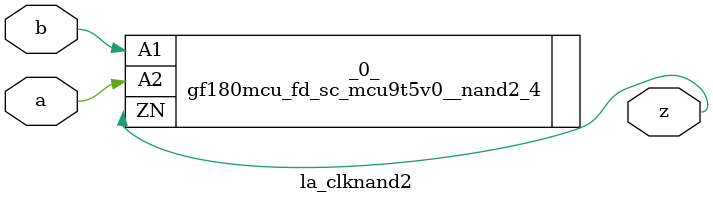
<source format=v>

/* Generated by Yosys 0.44 (git sha1 80ba43d26, g++ 11.4.0-1ubuntu1~22.04 -fPIC -O3) */

(* top =  1  *)
(* src = "inputs/la_clknand2.v:10.1-20.10" *)
module la_clknand2 (
    a,
    b,
    z
);
  (* src = "inputs/la_clknand2.v:13.12-13.13" *)
  input a;
  wire a;
  (* src = "inputs/la_clknand2.v:14.12-14.13" *)
  input b;
  wire b;
  (* src = "inputs/la_clknand2.v:15.12-15.13" *)
  output z;
  wire z;
  gf180mcu_fd_sc_mcu9t5v0__nand2_4 _0_ (
      .A1(b),
      .A2(a),
      .ZN(z)
  );
endmodule

</source>
